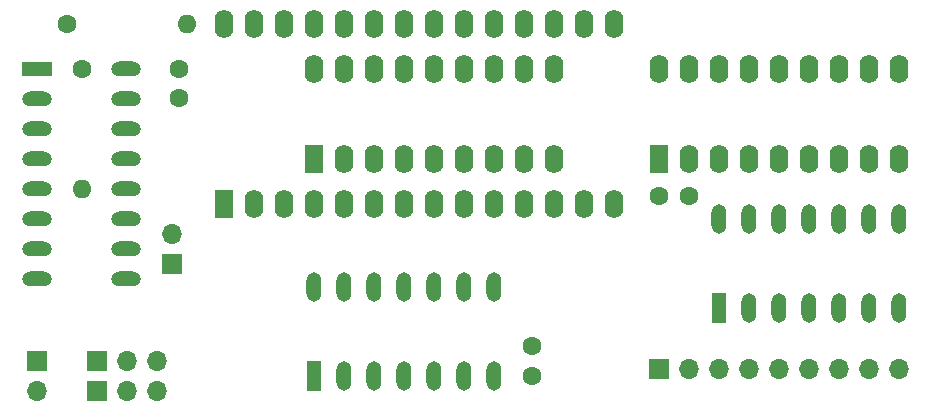
<source format=gts>
%TF.GenerationSoftware,KiCad,Pcbnew,(6.0.11)*%
%TF.CreationDate,2023-02-07T02:55:14-07:00*%
%TF.ProjectId,FennecRAMadapt,46656e6e-6563-4524-914d-61646170742e,rev?*%
%TF.SameCoordinates,Original*%
%TF.FileFunction,Soldermask,Top*%
%TF.FilePolarity,Negative*%
%FSLAX46Y46*%
G04 Gerber Fmt 4.6, Leading zero omitted, Abs format (unit mm)*
G04 Created by KiCad (PCBNEW (6.0.11)) date 2023-02-07 02:55:14*
%MOMM*%
%LPD*%
G01*
G04 APERTURE LIST*
%ADD10R,1.700000X1.700000*%
%ADD11O,1.700000X1.700000*%
%ADD12C,1.600000*%
%ADD13O,1.270000X2.500000*%
%ADD14R,1.270000X2.500000*%
%ADD15R,1.600000X2.400000*%
%ADD16O,1.600000X2.400000*%
%ADD17O,1.600000X1.600000*%
%ADD18R,2.540000X1.270000*%
%ADD19O,2.540000X1.270000*%
G04 APERTURE END LIST*
D10*
X151165000Y-69830000D03*
D11*
X153705000Y-69830000D03*
X156245000Y-69830000D03*
D12*
X201295000Y-55860000D03*
X198795000Y-55860000D03*
D10*
X157500000Y-61575000D03*
D11*
X157500000Y-59035000D03*
D13*
X169565000Y-63530000D03*
X172105000Y-63530000D03*
X174645000Y-63530000D03*
X177185000Y-63530000D03*
X179725000Y-63530000D03*
X182265000Y-63530000D03*
X184805000Y-63530000D03*
X184805000Y-71050000D03*
X182265000Y-71050000D03*
X179725000Y-71050000D03*
X177185000Y-71050000D03*
X174645000Y-71050000D03*
X172105000Y-71050000D03*
D14*
X169565000Y-71050000D03*
X203855000Y-65335000D03*
D13*
X206395000Y-65335000D03*
X208935000Y-65335000D03*
X211475000Y-65335000D03*
X214015000Y-65335000D03*
X216555000Y-65335000D03*
X219095000Y-65335000D03*
X219095000Y-57815000D03*
X216555000Y-57815000D03*
X214015000Y-57815000D03*
X211475000Y-57815000D03*
X208935000Y-57815000D03*
X206395000Y-57815000D03*
X203855000Y-57815000D03*
D15*
X161945000Y-56505000D03*
D16*
X164485000Y-56505000D03*
X167025000Y-56505000D03*
X169565000Y-56505000D03*
X172105000Y-56505000D03*
X174645000Y-56505000D03*
X177185000Y-56505000D03*
X179725000Y-56505000D03*
X182265000Y-56505000D03*
X184805000Y-56505000D03*
X187345000Y-56505000D03*
X189885000Y-56505000D03*
X192425000Y-56505000D03*
X194965000Y-56505000D03*
X194965000Y-41265000D03*
X192425000Y-41265000D03*
X189885000Y-41265000D03*
X187345000Y-41265000D03*
X184805000Y-41265000D03*
X182265000Y-41265000D03*
X179725000Y-41265000D03*
X177185000Y-41265000D03*
X174645000Y-41265000D03*
X172105000Y-41265000D03*
X169565000Y-41265000D03*
X167025000Y-41265000D03*
X164485000Y-41265000D03*
X161945000Y-41265000D03*
D12*
X149880000Y-45065000D03*
D17*
X149880000Y-55225000D03*
D10*
X198775000Y-70465000D03*
D11*
X201315000Y-70465000D03*
X203855000Y-70465000D03*
X206395000Y-70465000D03*
X208935000Y-70465000D03*
X211475000Y-70465000D03*
X214015000Y-70465000D03*
X216555000Y-70465000D03*
X219095000Y-70465000D03*
X156245000Y-72375000D03*
X153705000Y-72375000D03*
D10*
X151165000Y-72375000D03*
D12*
X158135000Y-45085000D03*
X158135000Y-47585000D03*
D10*
X146070000Y-69830000D03*
D11*
X146070000Y-72370000D03*
D15*
X169555000Y-52695000D03*
D16*
X172095000Y-52695000D03*
X174635000Y-52695000D03*
X177175000Y-52695000D03*
X179715000Y-52695000D03*
X182255000Y-52695000D03*
X184795000Y-52695000D03*
X187335000Y-52695000D03*
X189875000Y-52695000D03*
X189875000Y-45075000D03*
X187335000Y-45075000D03*
X184795000Y-45075000D03*
X182255000Y-45075000D03*
X179715000Y-45075000D03*
X177175000Y-45075000D03*
X174635000Y-45075000D03*
X172095000Y-45075000D03*
X169555000Y-45075000D03*
D15*
X198755000Y-52705000D03*
D16*
X201295000Y-52705000D03*
X203835000Y-52705000D03*
X206375000Y-52705000D03*
X208915000Y-52705000D03*
X211455000Y-52705000D03*
X213995000Y-52705000D03*
X216535000Y-52705000D03*
X219075000Y-52705000D03*
X219075000Y-45085000D03*
X216535000Y-45085000D03*
X213995000Y-45085000D03*
X211455000Y-45085000D03*
X208915000Y-45085000D03*
X206375000Y-45085000D03*
X203835000Y-45085000D03*
X201295000Y-45085000D03*
X198755000Y-45085000D03*
D18*
X146110000Y-45075000D03*
D19*
X146110000Y-47615000D03*
X146110000Y-50155000D03*
X146110000Y-52695000D03*
X146110000Y-55235000D03*
X146110000Y-57775000D03*
X146110000Y-60315000D03*
X146110000Y-62855000D03*
X153630000Y-62855000D03*
X153630000Y-60315000D03*
X153630000Y-57775000D03*
X153630000Y-55235000D03*
X153630000Y-52695000D03*
X153630000Y-50155000D03*
X153630000Y-47615000D03*
X153630000Y-45075000D03*
D12*
X187980000Y-68580000D03*
X187980000Y-71080000D03*
X148610000Y-41255000D03*
D17*
X158770000Y-41255000D03*
M02*

</source>
